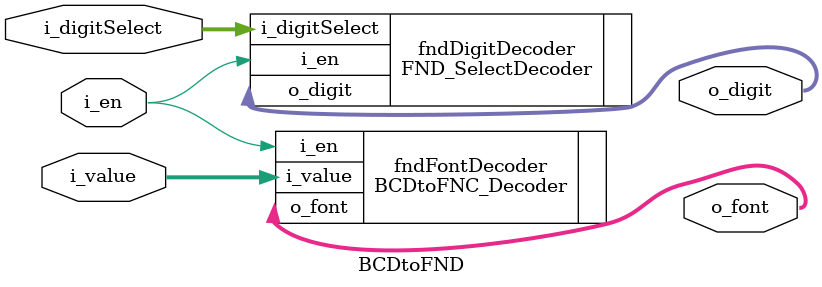
<source format=v>
`timescale 1ns / 1ps

module BCDtoFND(
    input [1:0] i_digitSelect,
    input [3:0] i_value,
    input i_en,
    output [3:0] o_digit,
    output [7:0] o_font
    );

    FND_SelectDecoder fndDigitDecoder(
        .i_digitSelect(i_digitSelect),
        .i_en(i_en),
        .o_digit(o_digit)
    );

    BCDtoFNC_Decoder fndFontDecoder(
        .i_value(i_value),
        .i_en(i_en),
        .o_font(o_font)
    );

endmodule

</source>
